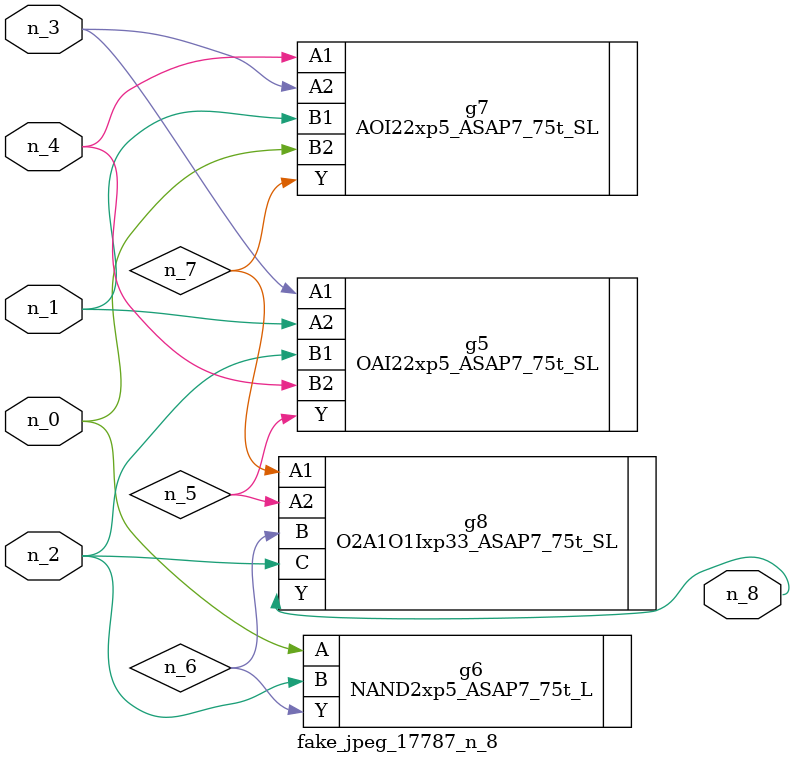
<source format=v>
module fake_jpeg_17787_n_8 (n_3, n_2, n_1, n_0, n_4, n_8);

input n_3;
input n_2;
input n_1;
input n_0;
input n_4;

output n_8;

wire n_6;
wire n_5;
wire n_7;

OAI22xp5_ASAP7_75t_SL g5 ( 
.A1(n_3),
.A2(n_1),
.B1(n_2),
.B2(n_4),
.Y(n_5)
);

NAND2xp5_ASAP7_75t_L g6 ( 
.A(n_0),
.B(n_2),
.Y(n_6)
);

AOI22xp5_ASAP7_75t_SL g7 ( 
.A1(n_4),
.A2(n_3),
.B1(n_1),
.B2(n_0),
.Y(n_7)
);

O2A1O1Ixp33_ASAP7_75t_SL g8 ( 
.A1(n_7),
.A2(n_5),
.B(n_6),
.C(n_2),
.Y(n_8)
);


endmodule
</source>
